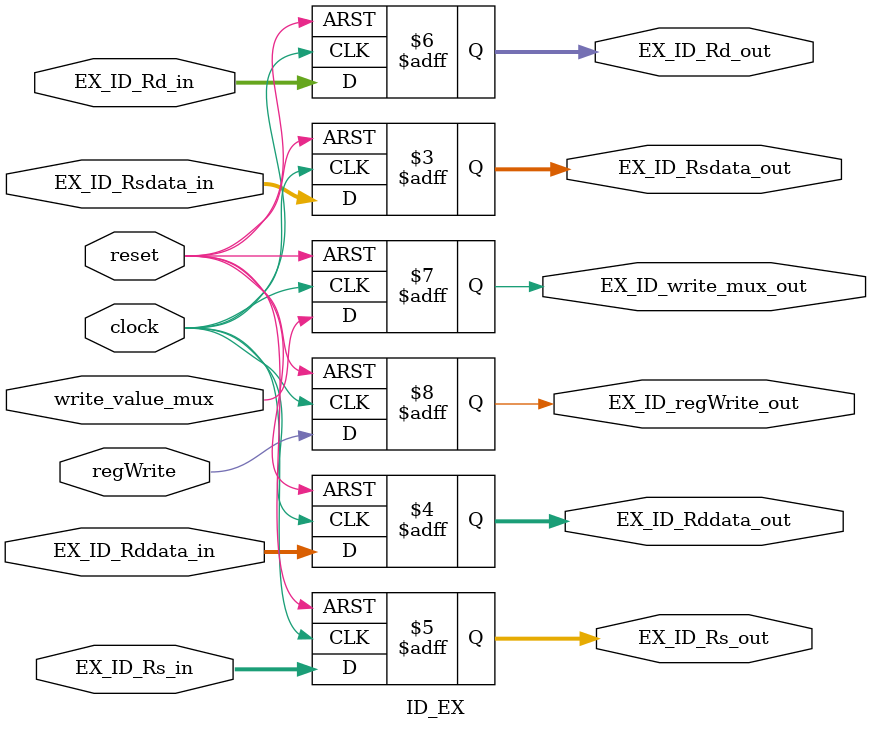
<source format=v>
module ID_EX(input clock,reset,input [7:0] EX_ID_Rsdata_in,EX_ID_Rddata_in,
  input [2:0] EX_ID_Rs_in,
  input [2:0] EX_ID_Rd_in,
  input write_value_mux,regWrite,
  output reg [7:0] EX_ID_Rsdata_out,EX_ID_Rddata_out,
  output reg [2:0] EX_ID_Rs_out,EX_ID_Rd_out,
  output reg EX_ID_write_mux_out,EX_ID_regWrite_out
  );

  
  always@(negedge reset, posedge clock)
  begin
    if(reset == 0)
      begin
        {EX_ID_Rsdata_out,EX_ID_Rddata_out,EX_ID_Rs_out,EX_ID_Rd_out} <= 22'b0;
        {EX_ID_write_mux_out,EX_ID_regWrite_out} <=2'b0;
      end
    else
      begin
        {EX_ID_Rsdata_out,EX_ID_Rddata_out,EX_ID_Rs_out,EX_ID_Rd_out} <={EX_ID_Rsdata_in,EX_ID_Rddata_in,EX_ID_Rs_in,EX_ID_Rd_in};
        {EX_ID_write_mux_out,EX_ID_regWrite_out} <= {write_value_mux,regWrite};
      end
    
  end
endmodule
  

  
</source>
